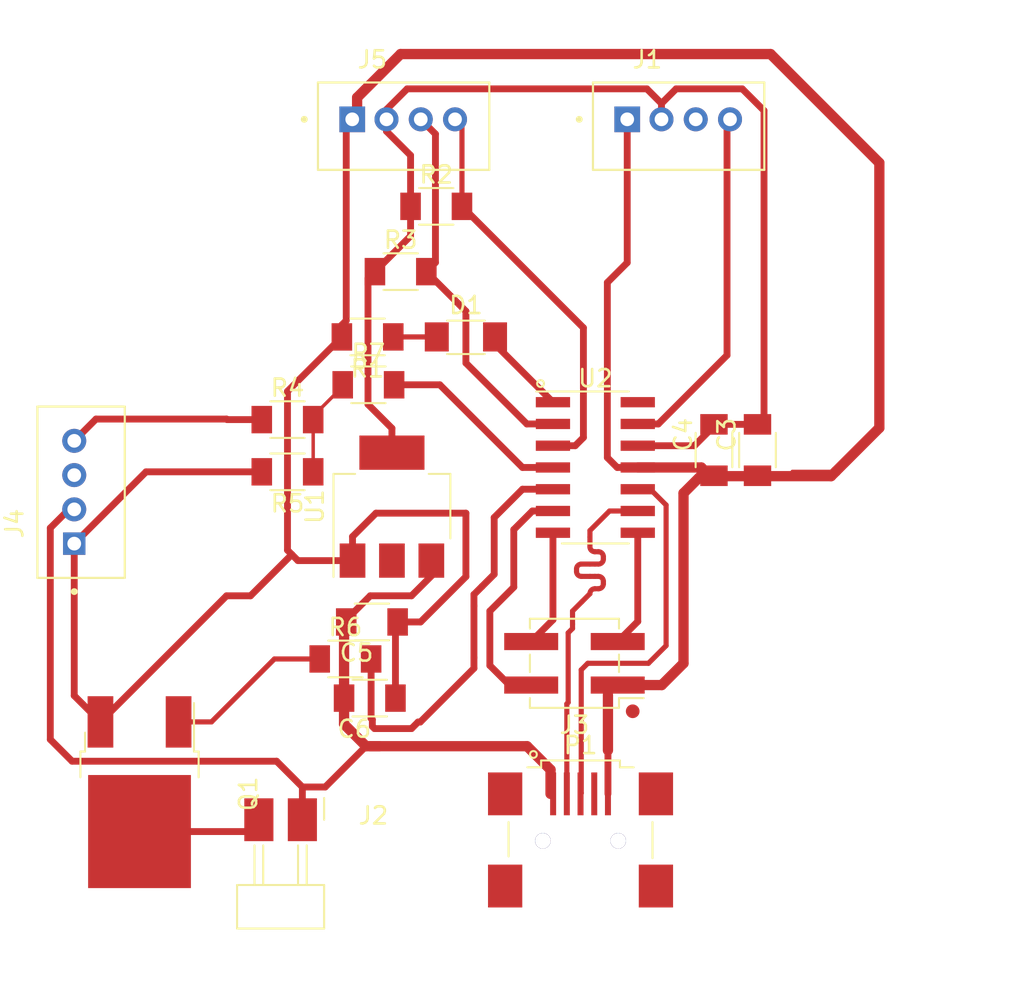
<source format=kicad_pcb>
(kicad_pcb (version 20241229) (generator "pcbnew") (generator_version "9.0")
  (layers (0 "F.Cu" signal) (2 "B.Cu" signal) (13 "F.Paste" user) (15 "B.Paste" user) (5 "F.SilkS" user "F.Silkscreen") (7 "B.SilkS" user "B.Silkscreen") (1 "F.Mask" user) (3 "B.Mask" user) (25 "Edge.Cuts" user))
  (net 0 "")
  (net 1 "PWR_GND")
  (net 2 "3.3V")
  (net 3 "PWR_5V")
  (net 4 "Net-(D1-K)")
  (net 5 "LED_ON{slash}OFF")
  (net 6 "PIR_DATA_5V")
  (net 7 "DRAIN")
  (net 8 "RST")
  (net 9 "SWCLK")
  (net 10 "SWDIO")
  (net 11 "DIM_IN")
  (net 12 "SDA {slash} SWITCH I")
  (net 13 "SCL {slash} SWITCH II")
  (net 15 "d+")
  (net 16 "d-")
  (net 17 "MOSFET_ON_OFF")
  (net 18 "PIR_DATA")
  (footprint "fab:PinHeader_01x02_P2.54mm_Horizontal_SMD" (layer "F.Cu") (at 70.465 105.65 -90)
    (property "Reference" "J2" (at -0.24 -5.1 0) (layer "F.SilkS") (effects (justify right)))
    (property "Value" "PinHeader")
    (fp_line (start 3.81 3.81) (end 3.81 -1.27) (stroke (width 0.12)) (layer "F.SilkS"))
    (fp_line (start 6.35 3.81) (end 3.81 3.81) (stroke (width 0.12)) (layer "F.SilkS"))
    (fp_line (start 3.81 2.794) (end 1.5 2.794) (stroke (width 0.12)) (layer "F.SilkS"))
    (fp_line (start 3.81 2.286) (end 1.5 2.286) (stroke (width 0.12)) (layer "F.SilkS"))
    (fp_line (start 3.81 0.254) (end 1.5 0.254) (stroke (width 0.12)) (layer "F.SilkS"))
    (fp_line (start 3.81 -0.254) (end 1.5 -0.254) (stroke (width 0.12)) (layer "F.SilkS"))
    (fp_line (start -1.27 -1.27) (end 0 -1.27) (stroke (width 0.12)) (layer "F.SilkS"))
    (fp_line (start 3.81 -1.27) (end 6.35 -1.27) (stroke (width 0.12)) (layer "F.SilkS"))
    (fp_line (start 6.35 -1.27) (end 6.35 3.81) (stroke (width 0.12)) (layer "F.SilkS"))
    (pad "1" smd rect (at 0 0 270) (size 2.5 1.7) (layers "F.Cu" "F.Mask" "F.Paste") (net 3 "PWR_5V"))
    (pad "2" smd rect (at 0 2.54 270) (size 2.5 1.7) (layers "F.Cu" "F.Mask" "F.Paste") (net 7 "DRAIN"))
  )
  (footprint "fab:R_1206" (layer "F.Cu") (at 69.596 85.344 180)
    (property "Reference" "R5" (at 0 -1.85 0) (layer "F.SilkS"))
    (property "Value" "10K")
    (fp_line (start 1 1.07) (end -1 1.07) (stroke (width 0.12)) (layer "F.SilkS"))
    (fp_line (start -1 -1.07) (end 1 -1.07) (stroke (width 0.12)) (layer "F.SilkS"))
    (pad "1" smd rect (at -1.5 0 180) (size 1.2 1.6) (layers "F.Cu" "F.Mask" "F.Paste") (net 18 "PIR_DATA"))
    (pad "2" smd rect (at 1.5 0 180) (size 1.2 1.6) (layers "F.Cu" "F.Mask" "F.Paste") (net 1 "PWR_GND"))
  )
  (footprint "fab:Conn_USB_miniB_Socket_CUIDevices_UJ2-MBH-1-SMT-TR" (layer "F.Cu") (at 86.7 111.99)
    (property "Reference" "P1" (at 0 -10.1 0) (layer "F.SilkS") (effects (justify bottom)))
    (property "Value" "USB_miniB_Socket")
    (fp_line (start -4.2 -6.2) (end -4.2 -4.2) (stroke (width 0.12)) (layer "F.SilkS"))
    (fp_line (start -3.1 -9.4) (end -2.3 -9.4) (stroke (width 0.12)) (layer "F.SilkS"))
    (fp_line (start -2.3 -9.8) (end 2.3 -9.8) (stroke (width 0.12)) (layer "F.SilkS"))
    (fp_line (start -2.3 -9.4) (end -2.3 -9.8) (stroke (width 0.12)) (layer "F.SilkS"))
    (fp_line (start 2.3 -9.8) (end 2.3 -9.4) (stroke (width 0.12)) (layer "F.SilkS"))
    (fp_line (start 2.3 -9.4) (end 3.1 -9.4) (stroke (width 0.12)) (layer "F.SilkS"))
    (fp_line (start 4.2 -6.2) (end 4.2 -4.1) (stroke (width 0.12)) (layer "F.SilkS"))
    (fp_circle (center -2.75 -10.15) (end -2.75 -9.95) (stroke (width 0.12)) (fill no) (layer "F.SilkS"))
    (pad "" smd rect (at -3.4 -7.85) (size 2 2.5) (drill (offset -1 0)) (layers "F.Cu" "F.Mask" "F.Paste"))
    (pad "" smd rect (at -3.4 -2.47) (size 2 2.5) (drill (offset -1 0)) (layers "F.Cu" "F.Mask" "F.Paste"))
    (pad "" thru_hole circle (at -2.2 -5.11) (size 0.91 0.91) (drill 0.9) (layers "*.Cu" "*.Mask"))
    (pad "" thru_hole circle (at 2.2 -5.11) (size 0.91 0.91) (drill 0.9) (layers "*.Cu" "*.Mask"))
    (pad "" smd rect (at 3.4 -7.85) (size 2 2.5) (drill (offset 1 0)) (layers "F.Cu" "F.Mask" "F.Paste"))
    (pad "" smd rect (at 3.4 -2.47) (size 2 2.5) (drill (offset 1 0)) (layers "F.Cu" "F.Mask" "F.Paste"))
    (pad "1" smd rect (at -1.6 -7.85) (size 0.35 2.5) (layers "F.Cu" "F.Mask" "F.Paste") (net 3 "PWR_5V"))
    (pad "2" smd rect (at -0.8 -7.85) (size 0.35 2.5) (layers "F.Cu" "F.Mask" "F.Paste") (net 16 "d-"))
    (pad "3" smd rect (at 0 -7.85) (size 0.35 2.5) (layers "F.Cu" "F.Mask" "F.Paste") (net 15 "d+"))
    (pad "4" smd rect (at 0.8 -7.85) (size 0.35 2.5) (layers "F.Cu" "F.Mask" "F.Paste"))
    (pad "5" smd rect (at 1.6 -7.85) (size 0.35 2.5) (layers "F.Cu" "F.Mask" "F.Paste") (net 1 "PWR_GND"))
  )
  (footprint "fab:SOT-223-3_TabPin2" (layer "F.Cu") (at 75.692 87.376 90)
    (property "Reference" "U1" (at 0 -4.5 90) (layer "F.SilkS"))
    (property "Value" "Regulator_Linear_3.3V_1A_DiodesIncorporated")
    (fp_line (start 1.91 -3.41) (end 1.91 -2.15) (stroke (width 0.12)) (layer "F.SilkS"))
    (fp_line (start -4.1 -3.41) (end 1.91 -3.41) (stroke (width 0.12)) (layer "F.SilkS"))
    (fp_line (start 1.91 3.41) (end 1.91 2.15) (stroke (width 0.12)) (layer "F.SilkS"))
    (fp_line (start -1.85 3.41) (end 1.91 3.41) (stroke (width 0.12)) (layer "F.SilkS"))
    (pad "1" smd rect (at -3.15 -2.3 90) (size 2 1.5) (layers "F.Cu" "F.Mask" "F.Paste") (net 1 "PWR_GND"))
    (pad "2" smd rect (at -3.15 0 90) (size 2 1.5) (layers "F.Cu" "F.Mask" "F.Paste") (net 2 "3.3V"))
    (pad "2" smd rect (at 3.15 0 90) (size 2 3.8) (layers "F.Cu" "F.Mask" "F.Paste") (net 2 "3.3V"))
    (pad "3" smd rect (at -3.15 2.3 90) (size 2 1.5) (layers "F.Cu" "F.Mask" "F.Paste") (net 3 "PWR_5V"))
  )
  (footprint "fab:C_1206" (layer "F.Cu") (at 74.398 98.552 180)
    (property "Reference" "C6" (at 0.9 -1.8 0) (layer "F.SilkS"))
    (property "Value" "C_0.1µF")
    (fp_line (start 1 1.07) (end -1 1.07) (stroke (width 0.12)) (layer "F.SilkS"))
    (fp_line (start -1 -1.07) (end 1 -1.07) (stroke (width 0.12)) (layer "F.SilkS"))
    (pad "1" smd rect (at -1.5 0 180) (size 1.2 1.6) (layers "F.Cu" "F.Mask" "F.Paste") (net 1 "PWR_GND"))
    (pad "2" smd rect (at 1.5 0 180) (size 1.2 1.6) (layers "F.Cu" "F.Mask" "F.Paste") (net 3 "PWR_5V"))
  )
  (footprint "fab:SOIC-14_3.9x8.7mm_P1.27mm" (layer "F.Cu") (at 87.565 85.09)
    (property "Reference" "U2" (at 0 -5.2 0) (layer "F.SilkS"))
    (property "Value" "ATSAMD11C14A")
    (fp_line (start 0 -4.435) (end -3.45 -4.435) (stroke (width 0.12)) (layer "F.SilkS"))
    (fp_line (start 0 -4.435) (end 1.95 -4.435) (stroke (width 0.12)) (layer "F.SilkS"))
    (fp_line (start 0 4.435) (end -1.95 4.435) (stroke (width 0.12)) (layer "F.SilkS"))
    (fp_line (start 0 4.435) (end 1.95 4.435) (stroke (width 0.12)) (layer "F.SilkS"))
    (fp_circle (center -3.2 -4.9) (end -3.2 -4.7) (stroke (width 0.12)) (fill no) (layer "F.SilkS"))
    (pad "1" smd rect (at -2.475 -3.81) (size 2 0.6) (layers "F.Cu" "F.Mask" "F.Paste") (net 5 "LED_ON{slash}OFF"))
    (pad "2" smd rect (at -2.475 -2.54) (size 2 0.6) (layers "F.Cu" "F.Mask" "F.Paste") (net 12 "SDA {slash} SWITCH I"))
    (pad "3" smd rect (at -2.475 -1.27) (size 2 0.6) (layers "F.Cu" "F.Mask" "F.Paste") (net 13 "SCL {slash} SWITCH II"))
    (pad "4" smd rect (at -2.475 0) (size 2 0.6) (layers "F.Cu" "F.Mask" "F.Paste") (net 18 "PIR_DATA"))
    (pad "5" smd rect (at -2.475 1.27) (size 2 0.6) (layers "F.Cu" "F.Mask" "F.Paste") (net 17 "MOSFET_ON_OFF"))
    (pad "6" smd rect (at -2.475 2.54) (size 2 0.6) (layers "F.Cu" "F.Mask" "F.Paste") (net 8 "RST"))
    (pad "7" smd rect (at -2.475 3.81) (size 2 0.6) (layers "F.Cu" "F.Mask" "F.Paste") (net 9 "SWCLK"))
    (pad "8" smd rect (at 2.475 3.81) (size 2 0.6) (layers "F.Cu" "F.Mask" "F.Paste") (net 10 "SWDIO"))
    (pad "9" smd rect (at 2.475 2.54) (size 2 0.6) (layers "F.Cu" "F.Mask" "F.Paste") (net 16 "d-"))
    (pad "10" smd rect (at 2.475 1.27) (size 2 0.6) (layers "F.Cu" "F.Mask" "F.Paste") (net 15 "d+"))
    (pad "11" smd rect (at 2.475 0) (size 2 0.6) (layers "F.Cu" "F.Mask" "F.Paste") (net 1 "PWR_GND"))
    (pad "12" smd rect (at 2.475 -1.27) (size 2 0.6) (layers "F.Cu" "F.Mask" "F.Paste") (net 2 "3.3V"))
    (pad "13" smd rect (at 2.475 -2.54) (size 2 0.6) (layers "F.Cu" "F.Mask" "F.Paste") (net 11 "DIM_IN"))
    (pad "14" smd rect (at 2.475 -3.81) (size 2 0.6) (layers "F.Cu" "F.Mask" "F.Paste"))
  )
  (footprint "fab:PinHeader_02x02_P2.54mm_Vertical_SMD" (layer "F.Cu") (at 86.345 96.52 180)
    (property "Reference" "J3" (at 0 -3.6 0) (layer "F.SilkS"))
    (property "Value" "Conn_PinHeader_SWD_2x02_P2.54mm")
    (fp_circle (center -3.4 -2.8) (end -3.1 -2.8) (stroke (width 0.2)) (fill yes) (layer "F.Cu"))
    (fp_line (start 2.6 2.03) (end 2.6 2.6) (stroke (width 0.12)) (layer "F.SilkS"))
    (fp_line (start 2.6 -0.51) (end 2.6 0.51) (stroke (width 0.12)) (layer "F.SilkS"))
    (fp_line (start 2.6 -2.6) (end 2.6 -2.03) (stroke (width 0.12)) (layer "F.SilkS"))
    (fp_line (start -2.6 2.6) (end 2.6 2.6) (stroke (width 0.12)) (layer "F.SilkS"))
    (fp_line (start -2.6 2.03) (end -2.6 2.6) (stroke (width 0.12)) (layer "F.SilkS"))
    (fp_line (start -2.6 -0.51) (end -2.6 0.51) (stroke (width 0.12)) (layer "F.SilkS"))
    (fp_line (start -2.6 -2.6) (end 2.6 -2.6) (stroke (width 0.12)) (layer "F.SilkS"))
    (fp_line (start -2.6 -2.6) (end -2.6 -2.03) (stroke (width 0.12)) (layer "F.SilkS"))
    (fp_line (start -4.04 -2.03) (end -2.6 -2.03) (stroke (width 0.12)) (layer "F.SilkS"))
    (pad "1" smd rect (at -2.525 -1.27 180) (size 3.15 1) (layers "F.Cu" "F.Mask" "F.Paste") (net 1 "PWR_GND"))
    (pad "2" smd rect (at 2.525 -1.27 180) (size 3.15 1) (layers "F.Cu" "F.Mask" "F.Paste") (net 8 "RST"))
    (pad "3" smd rect (at -2.525 1.27 180) (size 3.15 1) (layers "F.Cu" "F.Mask" "F.Paste") (net 10 "SWDIO"))
    (pad "4" smd rect (at 2.525 1.27 180) (size 3.15 1) (layers "F.Cu" "F.Mask" "F.Paste") (net 9 "SWCLK"))
  )
  (footprint "snapmagic:SEEED_110990030" (layer "F.Cu") (at 76.375 64.77)
    (property "Reference" "J5" (at -1.825 -3.485 0) (layer "F.SilkS"))
    (property "Value" "110990030")
    (fp_line (start -5 -2.15) (end 5 -2.15) (stroke (width 0.127)) (layer "F.SilkS"))
    (fp_line (start -5 2.95) (end -5 -2.15) (stroke (width 0.127)) (layer "F.SilkS"))
    (fp_line (start 5 -2.15) (end 5 2.95) (stroke (width 0.127)) (layer "F.SilkS"))
    (fp_line (start 5 2.95) (end -5 2.95) (stroke (width 0.127)) (layer "F.SilkS"))
    (fp_circle (center -5.8 0) (end -5.7 0) (stroke (width 0.2)) (fill no) (layer "F.SilkS"))
    (pad "1" thru_hole rect (at -3 0) (size 1.5 1.5) (drill 0.8) (layers "*.Cu" "*.Mask") (net 1 "PWR_GND"))
    (pad "2" thru_hole circle (at -1 0) (size 1.4 1.4) (drill 0.8) (layers "*.Cu" "*.Mask") (net 2 "3.3V"))
    (pad "3" thru_hole circle (at 1 0) (size 1.4 1.4) (drill 0.8) (layers "*.Cu" "*.Mask") (net 12 "SDA {slash} SWITCH I"))
    (pad "4" thru_hole circle (at 3 0) (size 1.4 1.4) (drill 0.8) (layers "*.Cu" "*.Mask") (net 13 "SCL {slash} SWITCH II"))
  )
  (footprint "fab:R_1206" (layer "F.Cu") (at 78.28 69.85)
    (property "Reference" "R2" (at 0 -1.85 0) (layer "F.SilkS"))
    (property "Value" "R_4.7k Ohms")
    (fp_line (start -1 -1.07) (end 1 -1.07) (stroke (width 0.12)) (layer "F.SilkS"))
    (fp_line (start 1 1.07) (end -1 1.07) (stroke (width 0.12)) (layer "F.SilkS"))
    (pad "1" smd rect (at -1.5 0) (size 1.2 1.6) (layers "F.Cu" "F.Mask" "F.Paste") (net 2 "3.3V"))
    (pad "2" smd rect (at 1.5 0) (size 1.2 1.6) (layers "F.Cu" "F.Mask" "F.Paste") (net 13 "SCL {slash} SWITCH II"))
  )
  (footprint "fab:C_1206" (layer "F.Cu") (at 97.028 84.074 90)
    (property "Reference" "C3" (at 0.9 -1.8 90) (layer "F.SilkS"))
    (property "Value" "C_0.1µF")
    (fp_line (start -1 -1.07) (end 1 -1.07) (stroke (width 0.12)) (layer "F.SilkS"))
    (fp_line (start 1 1.07) (end -1 1.07) (stroke (width 0.12)) (layer "F.SilkS"))
    (pad "1" smd rect (at -1.5 0 90) (size 1.2 1.6) (layers "F.Cu" "F.Mask" "F.Paste") (net 1 "PWR_GND"))
    (pad "2" smd rect (at 1.5 0 90) (size 1.2 1.6) (layers "F.Cu" "F.Mask" "F.Paste") (net 2 "3.3V"))
  )
  (footprint "fab:R_1206" (layer "F.Cu") (at 72.977 96.266)
    (property "Reference" "R6" (at 0 -1.85 0) (layer "F.SilkS"))
    (property "Value" "0 OHM")
    (fp_line (start -1 -1.07) (end 1 -1.07) (stroke (width 0.12)) (layer "F.SilkS"))
    (fp_line (start 1 1.07) (end -1 1.07) (stroke (width 0.12)) (layer "F.SilkS"))
    (pad "1" smd rect (at -1.5 0) (size 1.2 1.6) (layers "F.Cu" "F.Mask" "F.Paste") (net 17 "MOSFET_ON_OFF"))
    (pad "2" smd rect (at 1.5 0) (size 1.2 1.6) (layers "F.Cu" "F.Mask" "F.Paste") (net 17 "MOSFET_ON_OFF"))
  )
  (footprint "fab:R_1206" (layer "F.Cu") (at 76.2 73.66)
    (property "Reference" "R3" (at 0 -1.85 0) (layer "F.SilkS"))
    (property "Value" "R_4.7k Ohms")
    (fp_line (start -1 -1.07) (end 1 -1.07) (stroke (width 0.12)) (layer "F.SilkS"))
    (fp_line (start 1 1.07) (end -1 1.07) (stroke (width 0.12)) (layer "F.SilkS"))
    (pad "1" smd rect (at -1.5 0) (size 1.2 1.6) (layers "F.Cu" "F.Mask" "F.Paste") (net 2 "3.3V"))
    (pad "2" smd rect (at 1.5 0) (size 1.2 1.6) (layers "F.Cu" "F.Mask" "F.Paste") (net 12 "SDA {slash} SWITCH I"))
  )
  (footprint "fab:C_1206" (layer "F.Cu") (at 94.488 84.074 90)
    (property "Reference" "C4" (at 0.9 -1.8 90) (layer "F.SilkS"))
    (property "Value" "C_0.47µF")
    (fp_line (start -1 -1.07) (end 1 -1.07) (stroke (width 0.12)) (layer "F.SilkS"))
    (fp_line (start 1 1.07) (end -1 1.07) (stroke (width 0.12)) (layer "F.SilkS"))
    (pad "1" smd rect (at -1.5 0 90) (size 1.2 1.6) (layers "F.Cu" "F.Mask" "F.Paste") (net 1 "PWR_GND"))
    (pad "2" smd rect (at 1.5 0 90) (size 1.2 1.6) (layers "F.Cu" "F.Mask" "F.Paste") (net 2 "3.3V"))
  )
  (footprint "snapmagic:SEEED_110990030" (layer "F.Cu") (at 92.425 64.77)
    (property "Reference" "J1" (at -1.825 -3.485 0) (layer "F.SilkS"))
    (property "Value" "110990030")
    (fp_line (start -5 -2.15) (end 5 -2.15) (stroke (width 0.127)) (layer "F.SilkS"))
    (fp_line (start -5 2.95) (end -5 -2.15) (stroke (width 0.127)) (layer "F.SilkS"))
    (fp_line (start 5 -2.15) (end 5 2.95) (stroke (width 0.127)) (layer "F.SilkS"))
    (fp_line (start 5 2.95) (end -5 2.95) (stroke (width 0.127)) (layer "F.SilkS"))
    (fp_circle (center -5.8 0) (end -5.7 0) (stroke (width 0.2)) (fill no) (layer "F.SilkS"))
    (pad "1" thru_hole rect (at -3 0) (size 1.5 1.5) (drill 0.8) (layers "*.Cu" "*.Mask") (net 1 "PWR_GND"))
    (pad "2" thru_hole circle (at -1 0) (size 1.4 1.4) (drill 0.8) (layers "*.Cu" "*.Mask") (net 2 "3.3V"))
    (pad "3" thru_hole circle (at 1 0) (size 1.4 1.4) (drill 0.8) (layers "*.Cu" "*.Mask"))
    (pad "4" thru_hole circle (at 3 0) (size 1.4 1.4) (drill 0.8) (layers "*.Cu" "*.Mask") (net 11 "DIM_IN"))
  )
  (footprint "fab:C_1206" (layer "F.Cu") (at 74.525 94.107 180)
    (property "Reference" "C5" (at 0.9 -1.8 0) (layer "F.SilkS"))
    (property "Value" "C_0.1µF" (hide yes))
    (fp_line (start 1 1.07) (end -1 1.07) (stroke (width 0.12)) (layer "F.SilkS"))
    (fp_line (start -1 -1.07) (end 1 -1.07) (stroke (width 0.12)) (layer "F.SilkS"))
    (pad "1" smd rect (at -1.5 0 180) (size 1.2 1.6) (layers "F.Cu" "F.Mask" "F.Paste") (net 1 "PWR_GND"))
    (pad "2" smd rect (at 1.5 0 180) (size 1.2 1.6) (layers "F.Cu" "F.Mask" "F.Paste") (net 3 "PWR_5V"))
  )
  (footprint "fab:TO-252" (layer "F.Cu") (at 60.96 104.14 -90)
    (property "Reference" "Q1" (at 0 -6.35 90) (layer "F.SilkS"))
    (property "Value" "MOSFET_TO252")
    (fp_line (start -2.47 3.45) (end -2.47 3.18) (stroke (width 0.12)) (layer "F.SilkS"))
    (fp_line (start -0.97 3.45) (end -2.47 3.45) (stroke (width 0.12)) (layer "F.SilkS"))
    (fp_line (start -2.47 3.18) (end -3.57 3.18) (stroke (width 0.12)) (layer "F.SilkS"))
    (fp_line (start -2.47 -3.18) (end -5.3 -3.18) (stroke (width 0.12)) (layer "F.SilkS"))
    (fp_line (start -2.47 -3.45) (end -2.47 -3.18) (stroke (width 0.12)) (layer "F.SilkS"))
    (fp_line (start -0.97 -3.45) (end -2.47 -3.45) (stroke (width 0.12)) (layer "F.SilkS"))
    (pad "1" smd rect (at -4.2 -2.28 270) (size 3 1.5) (layers "F.Cu" "F.Mask" "F.Paste") (net 17 "MOSFET_ON_OFF"))
    (pad "2" smd rect (at 2.2 0 270) (size 6.6 6) (layers "F.Cu" "F.Mask" "F.Paste") (net 7 "DRAIN"))
    (pad "3" smd rect (at -4.2 2.28 270) (size 3 1.5) (layers "F.Cu" "F.Mask" "F.Paste") (net 1 "PWR_GND"))
  )
  (footprint "fab:R_1206" (layer "F.Cu") (at 74.27 77.47 180)
    (property "Reference" "R1" (at 0 -1.85 0) (layer "F.SilkS"))
    (property "Value" "R_150 Ohms")
    (fp_line (start 1 1.07) (end -1 1.07) (stroke (width 0.12)) (layer "F.SilkS"))
    (fp_line (start -1 -1.07) (end 1 -1.07) (stroke (width 0.12)) (layer "F.SilkS"))
    (pad "1" smd rect (at -1.5 0 180) (size 1.2 1.6) (layers "F.Cu" "F.Mask" "F.Paste") (net 4 "Net-(D1-K)"))
    (pad "2" smd rect (at 1.5 0 180) (size 1.2 1.6) (layers "F.Cu" "F.Mask" "F.Paste") (net 1 "PWR_GND"))
  )
  (footprint "fab:R_1206" (layer "F.Cu") (at 74.319 80.264)
    (property "Reference" "R7" (at 0 -1.85 0) (layer "F.SilkS"))
    (property "Value" "0 OHM")
    (fp_line (start -1 -1.07) (end 1 -1.07) (stroke (width 0.12)) (layer "F.SilkS"))
    (fp_line (start 1 1.07) (end -1 1.07) (stroke (width 0.12)) (layer "F.SilkS"))
    (pad "1" smd rect (at -1.5 0) (size 1.2 1.6) (layers "F.Cu" "F.Mask" "F.Paste") (net 18 "PIR_DATA"))
    (pad "2" smd rect (at 1.5 0) (size 1.2 1.6) (layers "F.Cu" "F.Mask" "F.Paste") (net 18 "PIR_DATA"))
  )
  (footprint "snapmagic:SEEED_110990030" (layer "F.Cu") (at 57.15 86.535 90)
    (property "Reference" "J4" (at -1.825 -3.485 90) (layer "F.SilkS"))
    (property "Value" "110990030")
    (fp_line (start 5 -2.15) (end 5 2.95) (stroke (width 0.127)) (layer "F.SilkS"))
    (fp_line (start -5 -2.15) (end 5 -2.15) (stroke (width 0.127)) (layer "F.SilkS"))
    (fp_line (start 5 2.95) (end -5 2.95) (stroke (width 0.127)) (layer "F.SilkS"))
    (fp_line (start -5 2.95) (end -5 -2.15) (stroke (width 0.127)) (layer "F.SilkS"))
    (fp_circle (center -5.8 0) (end -5.7 0) (stroke (width 0.2)) (fill no) (layer "F.SilkS"))
    (pad "1" thru_hole rect (at -3 0 90) (size 1.308 1.308) (drill 0.8) (layers "*.Cu" "*.Mask") (net 1 "PWR_GND"))
    (pad "2" thru_hole circle (at -1 0 90) (size 1.4 1.4) (drill 0.8) (layers "*.Cu" "*.Mask") (net 3 "PWR_5V"))
    (pad "3" thru_hole circle (at 1 0 90) (size 1.4 1.4) (drill 0.8) (layers "*.Cu" "*.Mask"))
    (pad "4" thru_hole circle (at 3 0 90) (size 1.4 1.4) (drill 0.8) (layers "*.Cu" "*.Mask") (net 6 "PIR_DATA_5V"))
  )
  (footprint "fab:LED_1206" (layer "F.Cu") (at 80.01 77.47)
    (property "Reference" "D1" (at 0 -1.85 0) (layer "F.SilkS"))
    (property "Value" "RED")
    (fp_line (start -1.1 -0.95) (end 1.1 -0.95) (stroke (width 0.12)) (layer "F.SilkS"))
    (fp_line (start -1.1 1) (end 1.1 1) (stroke (width 0.12)) (layer "F.SilkS"))
    (pad "1" smd rect (at -1.7 0) (size 1.4 1.7) (layers "F.Cu" "F.Mask" "F.Paste") (net 4 "Net-(D1-K)"))
    (pad "2" smd rect (at 1.7 0) (size 1.4 1.7) (layers "F.Cu" "F.Mask" "F.Paste") (net 5 "LED_ON{slash}OFF"))
  )
  (footprint "fab:R_1206" (layer "F.Cu") (at 69.596 82.296)
    (property "Reference" "R4" (at 0 -1.85 0) (layer "F.SilkS"))
    (property "Value" "5K")
    (fp_line (start -1 -1.07) (end 1 -1.07) (stroke (width 0.12)) (layer "F.SilkS"))
    (fp_line (start 1 1.07) (end -1 1.07) (stroke (width 0.12)) (layer "F.SilkS"))
    (pad "1" smd rect (at -1.5 0) (size 1.2 1.6) (layers "F.Cu" "F.Mask" "F.Paste") (net 6 "PIR_DATA_5V"))
    (pad "2" smd rect (at 1.5 0) (size 1.2 1.6) (layers "F.Cu" "F.Mask" "F.Paste") (net 18 "PIR_DATA"))
  )
  (segment (start 72.77 77.47) (end 72.77 76.77) (width 0.4) (layer "F.Cu") (net 1))
  (segment (start 92.71 86.59) (end 93.98 85.32) (width 0.6) (layer "F.Cu") (net 1))
  (segment (start 91.44 97.79) (end 92.71 96.52) (width 0.6) (layer "F.Cu") (net 1))
  (segment (start 90.04 85.09) (end 93.75 85.09) (width 0.6) (layer "F.Cu") (net 1))
  (segment (start 88.84 85.09) (end 90.04 85.09) (width 0.4) (layer "F.Cu") (net 1))
  (segment (start 77.363 94.107) (end 80.01 91.46) (width 0.4) (layer "F.Cu") (net 1))
  (segment (start 76.2 60.96) (end 97.79 60.96) (width 0.6) (layer "F.Cu") (net 1))
  (segment (start 73.66 63.5) (end 76.2 60.96) (width 0.6) (layer "F.Cu") (net 1))
  (segment (start 58.68 99.94) (end 66.04 92.58) (width 0.4) (layer "F.Cu") (net 1))
  (segment (start 89.425 73.135) (end 88.265 74.295) (width 0.4) (layer "F.Cu") (net 1))
  (segment (start 61.341 85.344) (end 57.15 89.535) (width 0.4) (layer "F.Cu") (net 1))
  (segment (start 93.98 85.32) (end 94.258 85.598) (width 0.6) (layer "F.Cu") (net 1))
  (segment (start 74.761 87.757) (end 73.392 89.126) (width 0.4) (layer "F.Cu") (net 1))
  (segment (start 80.01 87.757) (end 74.761 87.757) (width 0.4) (layer "F.Cu") (net 1))
  (segment (start 88.3 101.6) (end 88.3 98.36) (width 0.6) (layer "F.Cu") (net 1))
  (segment (start 73.392 90.526) (end 70.206 90.526) (width 0.4) (layer "F.Cu") (net 1))
  (segment (start 80.01 91.46) (end 80.01 87.757) (width 0.4) (layer "F.Cu") (net 1))
  (segment (start 73.025 65.12) (end 73.375 64.77) (width 0.4) (layer "F.Cu") (net 1))
  (segment (start 101.6 85.32) (end 99.06 85.32) (width 0.2) (layer "F.Cu") (net 1))
  (segment (start 73.375 64.77) (end 73.66 64.77) (width 0.6) (layer "F.Cu") (net 1))
  (segment (start 88.265 74.295) (end 88.265 84.515) (width 0.4) (layer "F.Cu") (net 1))
  (segment (start 69.596 89.916) (end 69.85 90.17) (width 0.4) (layer "F.Cu") (net 1))
  (segment (start 57.15 98.41) (end 58.68 99.94) (width 0.4) (layer "F.Cu") (net 1))
  (segment (start 57.15 89.535) (end 57.15 98.41) (width 0.4) (layer "F.Cu") (net 1))
  (segment (start 104.14 82.78) (end 101.6 85.32) (width 0.6) (layer "F.Cu") (net 1))
  (segment (start 67.44 92.58) (end 69.85 90.17) (width 0.4) (layer "F.Cu") (net 1))
  (segment (start 75.898 98.425) (end 75.898 94.615) (width 0.4) (layer "F.Cu") (net 1))
  (segment (start 68.096 85.344) (end 61.341 85.344) (width 0.4) (layer "F.Cu") (net 1))
  (segment (start 94.258 85.598) (end 101.322 85.598) (width 0.6) (layer "F.Cu") (net 1))
  (segment (start 88.265 84.515) (end 88.84 85.09) (width 0.4) (layer "F.Cu") (net 1))
  (segment (start 70.206 90.526) (end 69.85 90.17) (width 0.4) (layer "F.Cu") (net 1))
  (segment (start 89.425 64.77) (end 88.9 64.77) (width 0.2) (layer "F.Cu") (net 1))
  (segment (start 72.77 77.47) (end 69.596 80.644) (width 0.4) (layer "F.Cu") (net 1))
  (segment (start 89.425 64.77) (end 89.425 73.135) (width 0.4) (layer "F.Cu") (net 1))
  (segment (start 93.75 85.09) (end 93.98 85.32) (width 0.6) (layer "F.Cu") (net 1))
  (segment (start 92.71 96.52) (end 92.71 86.59) (width 0.6) (layer "F.Cu") (net 1))
  (segment (start 101.322 85.598) (end 101.6 85.32) (width 0.6) (layer "F.Cu") (net 1))
  (segment (start 72.77 76.77) (end 73.025 76.515) (width 0.4) (layer "F.Cu") (net 1))
  (segment (start 73.66 64.77) (end 73.66 63.5) (width 0.6) (layer "F.Cu") (net 1))
  (segment (start 97.79 60.96) (end 104.14 67.31) (width 0.6) (layer "F.Cu") (net 1))
  (segment (start 104.14 67.31) (end 104.14 82.78) (width 0.6) (layer "F.Cu") (net 1))
  (segment (start 66.04 92.58) (end 67.44 92.58) (width 0.4) (layer "F.Cu") (net 1))
  (segment (start 69.596 80.644) (end 69.596 89.916) (width 0.4) (layer "F.Cu") (net 1))
  (segment (start 88.3 104.14) (end 88.3 101.6) (width 0.4) (layer "F.Cu") (net 1))
  (segment (start 73.025 76.515) (end 73.025 65.12) (width 0.4) (layer "F.Cu") (net 1))
  (segment (start 73.392 89.126) (end 73.392 90.526) (width 0.4) (layer "F.Cu") (net 1))
  (segment (start 88.3 98.36) (end 88.87 97.79) (width 0.2) (layer "F.Cu") (net 1))
  (segment (start 76.025 94.107) (end 77.363 94.107) (width 0.4) (layer "F.Cu") (net 1))
  (segment (start 88.87 97.79) (end 91.44 97.79) (width 0.6) (layer "F.Cu") (net 1))
  (segment (start 74.295 81.407) (end 74.295 74.065) (width 0.4) (layer "F.Cu") (net 2))
  (segment (start 92.278105 62.992) (end 96.139 62.992) (width 0.4) (layer "F.Cu") (net 2))
  (segment (start 76.78 66.874) (end 76.78 69.85) (width 0.4) (layer "F.Cu") (net 2))
  (segment (start 75.692 82.804) (end 74.295 81.407) (width 0.4) (layer "F.Cu") (net 2))
  (segment (start 74.295 74.065) (end 74.7 73.66) (width 0.4) (layer "F.Cu") (net 2))
  (segment (start 96.139 62.992) (end 97.409 64.262) (width 0.4) (layer "F.Cu") (net 2))
  (segment (start 76.78 71.58) (end 74.7 73.66) (width 0.4) (layer "F.Cu") (net 2))
  (segment (start 94.488 82.574) (end 97.028 82.574) (width 0.4) (layer "F.Cu") (net 2))
  (segment (start 76.581 62.992) (end 90.571895 62.992) (width 0.4) (layer "F.Cu") (net 2))
  (segment (start 90.571895 62.992) (end 91.425 63.845105) (width 0.4) (layer "F.Cu") (net 2))
  (segment (start 75.692 84.226) (end 75.692 82.804) (width 0.4) (layer "F.Cu") (net 2))
  (segment (start 75.375 64.198) (end 76.581 62.992) (width 0.4) (layer "F.Cu") (net 2))
  (segment (start 97.409 82.193) (end 97.028 82.574) (width 0.4) (layer "F.Cu") (net 2))
  (segment (start 75.375 64.77) (end 75.375 64.198) (width 0.4) (layer "F.Cu") (net 2))
  (segment (start 93.345 83.82) (end 94.845 82.32) (width 0.4) (layer "F.Cu") (net 2))
  (segment (start 76.78 69.85) (end 76.78 71.58) (width 0.4) (layer "F.Cu") (net 2))
  (segment (start 97.409 64.262) (end 97.409 82.193) (width 0.4) (layer "F.Cu") (net 2))
  (segment (start 75.375 64.77) (end 75.375 65.469) (width 0.4) (layer "F.Cu") (net 2))
  (segment (start 91.425 63.845105) (end 92.278105 62.992) (width 0.4) (layer "F.Cu") (net 2))
  (segment (start 90.04 83.82) (end 93.345 83.82) (width 0.4) (layer "F.Cu") (net 2))
  (segment (start 75.375 65.469) (end 76.78 66.874) (width 0.4) (layer "F.Cu") (net 2))
  (segment (start 91.425 63.845105) (end 91.425 64.77) (width 0.4) (layer "F.Cu") (net 2))
  (segment (start 73.025 93.98) (end 74.426 92.579) (width 0.4) (layer "F.Cu") (net 3))
  (segment (start 57.023 102.235) (end 68.961 102.235) (width 0.4) (layer "F.Cu") (net 3))
  (segment (start 84.949 102.729) (end 84.949 104.14) (width 0.6) (layer "F.Cu") (net 3))
  (segment (start 68.961 102.235) (end 70.465 103.739) (width 0.4) (layer "F.Cu") (net 3))
  (segment (start 71.799 103.739) (end 74.18 101.358) (width 0.4) (layer "F.Cu") (net 3))
  (segment (start 78.193 90.727) (end 77.992 90.526) (width 0.4) (layer "F.Cu") (net 3))
  (segment (start 74.426 92.579) (end 76.835 92.579) (width 0.4) (layer "F.Cu") (net 3))
  (segment (start 83.578 101.358) (end 84.949 102.729) (width 0.6) (layer "F.Cu") (net 3))
  (segment (start 76.835 92.579) (end 78.193 91.221) (width 0.4) (layer "F.Cu") (net 3))
  (segment (start 55.753 100.965) (end 57.023 102.235) (width 0.4) (layer "F.Cu") (net 3))
  (segment (start 55.753 88.622) (end 55.753 100.965) (width 0.4) (layer "F.Cu") (net 3))
  (segment (start 73.198 94.315) (end 72.898 94.615) (width 0.6) (layer "F.Cu") (net 3))
  (segment (start 72.898 100.076) (end 74.18 101.358) (width 0.6) (layer "F.Cu") (net 3))
  (segment (start 74.942 101.358) (end 74.18 101.358) (width 0.6) (layer "F.Cu") (net 3))
  (segment (start 70.465 103.739) (end 71.799 103.739) (width 0.4) (layer "F.Cu") (net 3))
  (segment (start 78.193 91.221) (end 78.193 90.727) (width 0.4) (layer "F.Cu") (net 3))
  (segment (start 70.465 103.739) (end 70.465 105.65) (width 0.4) (layer "F.Cu") (net 3))
  (segment (start 56.84 87.535) (end 55.753 88.622) (width 0.4) (layer "F.Cu") (net 3))
  (segment (start 72.898 94.615) (end 72.898 98.425) (width 0.6) (layer "F.Cu") (net 3))
  (segment (start 57.15 87.535) (end 56.84 87.535) (width 0.4) (layer "F.Cu") (net 3))
  (segment (start 72.898 98.552) (end 72.898 100.076) (width 0.6) (layer "F.Cu") (net 3))
  (segment (start 74.422 101.358) (end 83.578 101.358) (width 0.6) (layer "F.Cu") (net 3))
  (segment (start 78.31 77.47) (end 75.77 77.47) (width 0.3) (layer "F.Cu") (net 4))
  (segment (start 81.71 77.9) (end 81.71 77.47) (width 0.4) (layer "F.Cu") (net 5))
  (segment (start 85.09 81.28) (end 81.71 77.9) (width 0.4) (layer "F.Cu") (net 5))
  (segment (start 66.071 82.296) (end 68.096 82.296) (width 0.4) (layer "F.Cu") (net 6))
  (segment (start 66.04 82.265) (end 66.071 82.296) (width 0.4) (layer "F.Cu") (net 6))
  (segment (start 57.15 83.535) (end 58.42 82.265) (width 0.4) (layer "F.Cu") (net 6))
  (segment (start 58.42 82.265) (end 66.04 82.265) (width 0.4) (layer "F.Cu") (net 6))
  (segment (start 67.235 106.34) (end 67.925 105.65) (width 0.4) (layer "F.Cu") (net 7))
  (segment (start 60.96 106.34) (end 67.235 106.34) (width 0.4) (layer "F.Cu") (net 7))
  (segment (start 82.804 92.075) (end 81.407 93.472) (width 0.4) (layer "F.Cu") (net 8))
  (segment (start 81.407 93.472) (end 81.407 96.647) (width 0.4) (layer "F.Cu") (net 8))
  (segment (start 82.55 97.79) (end 83.82 97.79) (width 0.4) (layer "F.Cu") (net 8))
  (segment (start 85.09 87.63) (end 83.89 87.63) (width 0.4) (layer "F.Cu") (net 8))
  (segment (start 82.804 88.716) (end 82.804 92.075) (width 0.4) (layer "F.Cu") (net 8))
  (segment (start 81.407 96.647) (end 82.55 97.79) (width 0.4) (layer "F.Cu") (net 8))
  (segment (start 83.89 87.63) (end 82.804 88.716) (width 0.4) (layer "F.Cu") (net 8))
  (segment (start 85.09 93.98) (end 83.82 95.25) (width 0.4) (layer "F.Cu") (net 9))
  (segment (start 85.09 88.9) (end 85.09 93.98) (width 0.4) (layer "F.Cu") (net 9))
  (segment (start 90.04 94.08) (end 88.87 95.25) (width 0.4) (layer "F.Cu") (net 10))
  (segment (start 90.04 88.9) (end 90.04 94.08) (width 0.4) (layer "F.Cu") (net 10))
  (segment (start 95.25 64.77) (end 95.25 78.54) (width 0.4) (layer "F.Cu") (net 11))
  (segment (start 95.425 64.77) (end 95.25 64.77) (width 0.4) (layer "F.Cu") (net 11))
  (segment (start 91.24 82.55) (end 90.04 82.55) (width 0.4) (layer "F.Cu") (net 11))
  (segment (start 95.25 78.54) (end 91.24 82.55) (width 0.4) (layer "F.Cu") (net 11))
  (segment (start 78.232 73.128) (end 78.232 65.627) (width 0.4) (layer "F.Cu") (net 12))
  (segment (start 80.01 78.994) (end 83.566 82.55) (width 0.4) (layer "F.Cu") (net 12))
  (segment (start 80.01 75.97) (end 80.01 78.994) (width 0.4) (layer "F.Cu") (net 12))
  (segment (start 78.232 65.627) (end 77.375 64.77) (width 0.4) (layer "F.Cu") (net 12))
  (segment (start 77.7 73.66) (end 78.232 73.128) (width 0.4) (layer "F.Cu") (net 12))
  (segment (start 83.566 82.55) (end 85.09 82.55) (width 0.4) (layer "F.Cu") (net 12))
  (segment (start 77.7 73.66) (end 80.01 75.97) (width 0.4) (layer "F.Cu") (net 12))
  (segment (start 85.09 82.55) (end 85.725 82.55) (width 0.3) (layer "F.Cu") (net 12))
  (segment (start 86.868 83.342) (end 86.39 83.82) (width 0.4) (layer "F.Cu") (net 13))
  (segment (start 79.78 69.85) (end 79.78 65.175) (width 0.3) (layer "F.Cu") (net 13))
  (segment (start 79.78 69.85) (end 86.868 76.938) (width 0.4) (layer "F.Cu") (net 13))
  (segment (start 86.39 83.82) (end 85.09 83.82) (width 0.4) (layer "F.Cu") (net 13))
  (segment (start 79.78 65.175) (end 79.375 64.77) (width 0.3) (layer "F.Cu") (net 13))
  (segment (start 86.868 76.938) (end 86.868 83.342) (width 0.4) (layer "F.Cu") (net 13))
  (segment (start 90.663 96.52) (end 87.122 96.52) (width 0.3) (layer "F.Cu") (net 15))
  (segment (start 90.04 86.36) (end 90.772 86.36) (width 0.3) (layer "F.Cu") (net 15))
  (segment (start 91.694 95.489) (end 90.663 96.52) (width 0.3) (layer "F.Cu") (net 15))
  (segment (start 86.741 96.901) (end 86.741 104.099) (width 0.3) (layer "F.Cu") (net 15))
  (segment (start 90.772 86.36) (end 91.694 87.282) (width 0.3) (layer "F.Cu") (net 15))
  (segment (start 87.122 96.52) (end 86.741 96.901) (width 0.3) (layer "F.Cu") (net 15))
  (segment (start 91.694 87.282) (end 91.694 95.489) (width 0.3) (layer "F.Cu") (net 15))
  (segment (start 86.741 104.099) (end 86.7 104.14) (width 0.3) (layer "F.Cu") (net 15))
  (segment (start 86.233 93.472) (end 86.777472 92.927527) (width 0.3) (layer "F.Cu") (net 16))
  (segment (start 86.777472 92.927527) (end 87.249 92.456) (width 0.3) (layer "F.Cu") (net 16))
  (segment (start 86.233 94.234) (end 86.233 93.472) (width 0.3) (layer "F.Cu") (net 16))
  (segment (start 88.392 87.63) (end 90.04 87.63) (width 0.3) (layer "F.Cu") (net 16))
  (segment (start 86.233 94.488) (end 86.233 94.234) (width 0.3) (layer "F.Cu") (net 16))
  (segment (start 87.249 89.576) (end 87.249 89.154) (width 0.3) (layer "F.Cu") (net 16))
  (segment (start 87.537 90.728) (end 87.744107 90.728) (width 0.3) (layer "F.Cu") (net 16))
  (segment (start 85.979 98.806) (end 85.979 94.742) (width 0.3) (layer "F.Cu") (net 16))
  (segment (start 85.9 98.885) (end 85.979 98.806) (width 0.3) (layer "F.Cu") (net 16))
  (segment (start 87.249 91.448) (end 86.753871 91.448) (width 0.3) (layer "F.Cu") (net 16))
  (segment (start 87.249 90.728) (end 87.537 90.728) (width 0.3) (layer "F.Cu") (net 16))
  (segment (start 87.249 89.72) (end 87.249 89.576) (width 0.3) (layer "F.Cu") (net 16))
  (segment (start 85.9 104.14) (end 85.9 98.885) (width 0.3) (layer "F.Cu") (net 16))
  (segment (start 87.249 88.773) (end 88.392 87.63) (width 0.3) (layer "F.Cu") (net 16))
  (segment (start 87.249 89.154) (end 87.249 88.773) (width 0.3) (layer "F.Cu") (net 16))
  (segment (start 87.744107 90.008) (end 87.537 90.008) (width 0.3) (layer "F.Cu") (net 16))
  (segment (start 87.537 91.448) (end 87.249 91.448) (width 0.3) (layer "F.Cu") (net 16))
  (segment (start 86.465871 91.16) (end 86.465871 91.016) (width 0.3) (layer "F.Cu") (net 16))
  (segment (start 87.537 92.168) (end 87.744107 92.168) (width 0.3) (layer "F.Cu") (net 16))
  (segment (start 88.032107 91.88) (end 88.032107 91.736) (width 0.3) (layer "F.Cu") (net 16))
  (segment (start 85.979 94.742) (end 86.233 94.488) (width 0.3) (layer "F.Cu") (net 16))
  (segment (start 88.032107 90.44) (end 88.032107 90.296) (width 0.3) (layer "F.Cu") (net 16))
  (segment (start 87.744107 91.448) (end 87.537 91.448) (width 0.3) (layer "F.Cu") (net 16))
  (segment (start 86.753871 90.728) (end 87.249 90.728) (width 0.3) (layer "F.Cu") (net 16))
  (arc (start 87.744107 90.728) (mid 87.947754 90.643647) (end 88.032107 90.44) (width 0.3) (layer "F.Cu") (net 16))
  (arc (start 87.744107 92.168) (mid 87.947754 92.083647) (end 88.032107 91.88) (width 0.3) (layer "F.Cu") (net 16))
  (arc (start 88.032107 90.296) (mid 87.947754 90.092353) (end 87.744107 90.008) (width 0.3) (layer "F.Cu") (net 16))
  (arc (start 87.249 92.456) (mid 87.333353 92.252353) (end 87.537 92.168) (width 0.3) (layer "F.Cu") (net 16))
  (arc (start 86.465871 91.016) (mid 86.550224 90.812353) (end 86.753871 90.728) (width 0.3) (layer "F.Cu") (net 16))
  (arc (start 87.537 90.008) (mid 87.333353 89.923647) (end 87.249 89.72) (width 0.3) (layer "F.Cu") (net 16))
  (arc (start 86.753871 91.448) (mid 86.550224 91.363647) (end 86.465871 91.16) (width 0.3) (layer "F.Cu") (net 16))
  (arc (start 88.032107 91.736) (mid 87.947754 91.532353) (end 87.744107 91.448) (width 0.3) (layer "F.Cu") (net 16))
  (segment (start 68.834 96.266) (end 71.477 96.266) (width 0.3) (layer "F.Cu") (net 17))
  (segment (start 81.661 88.011) (end 83.312 86.36) (width 0.4) (layer "F.Cu") (net 17))
  (segment (start 76.835 100.33) (end 77.216 99.949) (width 0.4) (layer "F.Cu") (net 17))
  (segment (start 74.549 100.203) (end 74.676 100.33) (width 0.4) (layer "F.Cu") (net 17))
  (segment (start 65.16 99.94) (end 68.834 96.266) (width 0.3) (layer "F.Cu") (net 17))
  (segment (start 74.676 100.33) (end 76.835 100.33) (width 0.4) (layer "F.Cu") (net 17))
  (segment (start 80.948215 92.036) (end 81.661 91.323214) (width 0.4) (layer "F.Cu") (net 17))
  (segment (start 80.479 92.505214) (end 80.479 92.505215) (width 0.4) (layer "F.Cu") (net 17))
  (segment (start 80.479 96.813) (end 80.479 96.188214) (width 0.4) (layer "F.Cu") (net 17))
  (segment (start 80.479 92.505214) (end 80.948215 92.036) (width 0.4) (layer "F.Cu") (net 17))
  (segment (start 74.477 96.266) (end 74.477 99.733) (width 0.4) (layer "F.Cu") (net 17))
  (segment (start 74.477 99.733) (end 74.549 99.805) (width 0.4) (layer "F.Cu") (net 17))
  (segment (start 80.479 96.188214) (end 80.479 93.168786) (width 0.4) (layer "F.Cu") (net 17))
  (segment (start 80.479 93.168786) (end 80.479 92.505214) (width 0.4) (layer "F.Cu") (net 17))
  (segment (start 83.312 86.36) (end 85.09 86.36) (width 0.4) (layer "F.Cu") (net 17))
  (segment (start 77.216 99.949) (end 77.343 99.949) (width 0.4) (layer "F.Cu") (net 17))
  (segment (start 81.661 91.323214) (end 81.661 88.011) (width 0.4) (layer "F.Cu") (net 17))
  (segment (start 77.343 99.949) (end 80.479 96.813) (width 0.4) (layer "F.Cu") (net 17))
  (segment (start 63.24 99.94) (end 65.16 99.94) (width 0.3) (layer "F.Cu") (net 17))
  (segment (start 74.549 99.805) (end 74.549 100.203) (width 0.4) (layer "F.Cu") (net 17))
  (segment (start 83.312 85.09) (end 78.486 80.264) (width 0.4) (layer "F.Cu") (net 18))
  (segment (start 71.096 82.09) (end 72.922 80.264) (width 0.2) (layer "F.Cu") (net 18))
  (segment (start 71.096 82.296) (end 71.096 85.344) (width 0.2) (layer "F.Cu") (net 18))
  (segment (start 78.486 80.264) (end 75.922 80.264) (width 0.4) (layer "F.Cu") (net 18))
  (segment (start 85.09 85.09) (end 83.312 85.09) (width 0.4) (layer "F.Cu") (net 18))
  (segment (start 71.096 82.296) (end 71.096 82.09) (width 0.2) (layer "F.Cu") (net 18))
)
</source>
